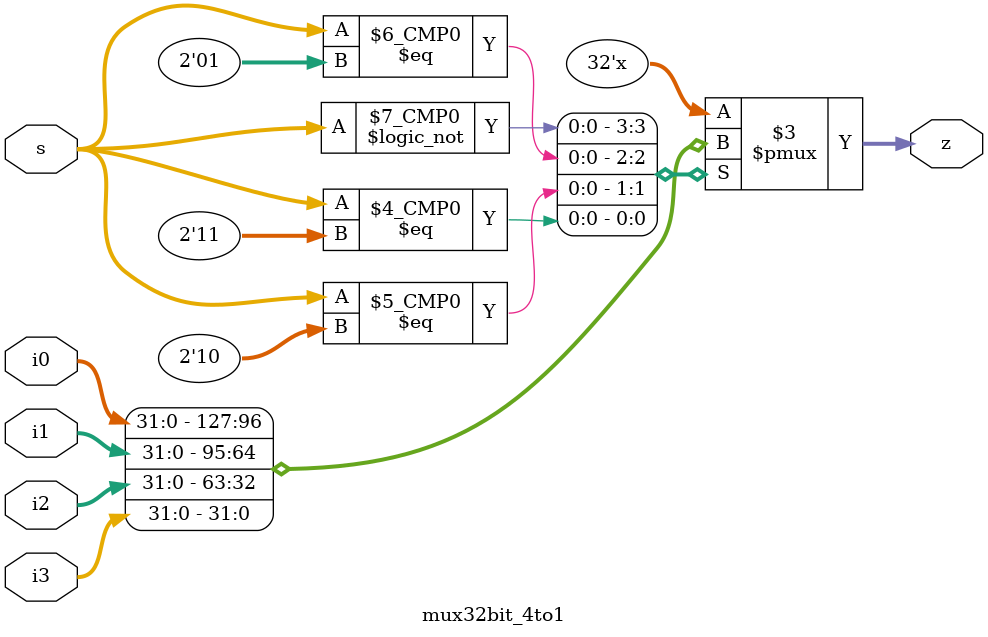
<source format=v>
module mux32bit_4to1 (
  input [31:0] i0, i1, i2, i3,
  input [1:0] s,

  output [31:0] z
);
  
  reg [31:0] z;

  initial z = 0;

  always @(*) begin
      case(s)
        2'b00 : z = i0;
        2'b01 : z = i1;
        2'b10 : z = i2;
        2'b11 : z = i3;
      endcase
  end

endmodule

</source>
